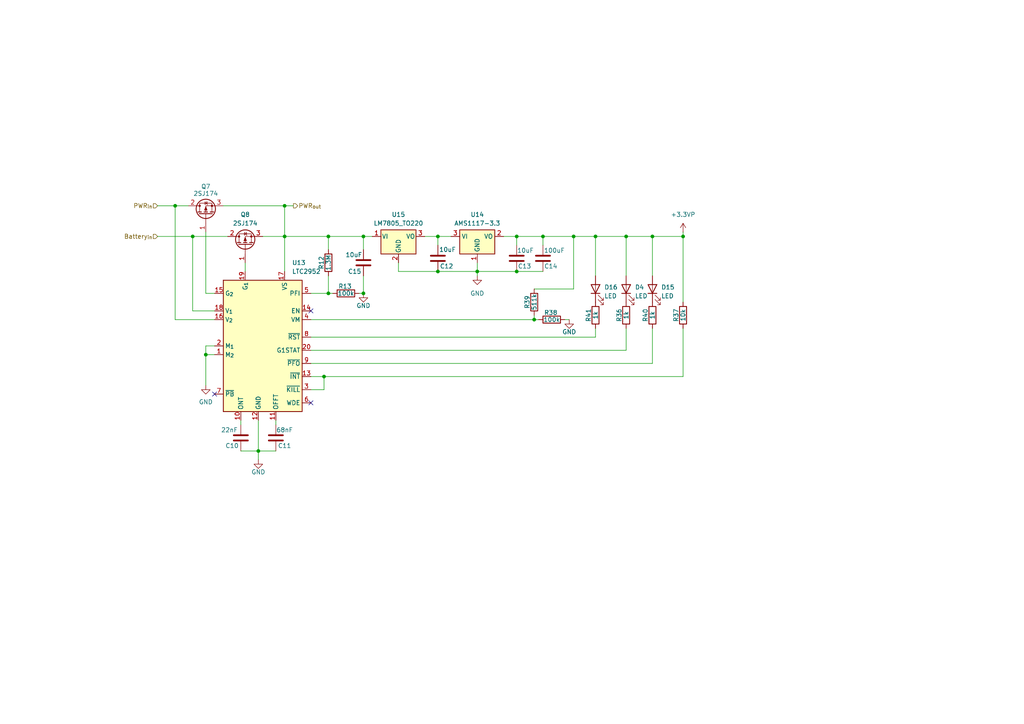
<source format=kicad_sch>
(kicad_sch (version 20250114) (generator "eeschema") (generator_version "9.0")
  (paper "A4")
  (title_block (title "ESP-12 Circuit for Pressure control") (date "2025-09-07") (rev "v1.0") (company "Metanoia") (comment 1 "designed by Mohamed U3"))
  (lib_symbols
    (symbol "Battery_Management:LTC2952"
      (property "Reference" "U" (at 7.874 30.226 0))
      (property "Value" "LTC2952" (at 16.002 28.194 0))
      (symbol "LTC2952_1_1"
        (rectangle (start -11.43 19.05) (end 11.43 -19.05) (stroke (width 0.254)) (fill (type background)))
        (pin output line (at -13.97 15.24 0) (length 2.54) (name "G_{2}") (number "15"))
        (pin input line (at -13.97 10.16 0) (length 2.54) (name "V_{1}") (number "18"))
        (pin input line (at -13.97 7.62 0) (length 2.54) (name "V_{2}") (number "16"))
        (pin input line (at -13.97 0 0) (length 2.54) (name "M_{1}") (number "2"))
        (pin input line (at -13.97 -2.54 0) (length 2.54) (name "M_{2}") (number "1"))
        (pin input line (at -13.97 -13.97 0) (length 2.54) (name "~{PB}") (number "7"))
        (pin passive line (at -6.35 -21.59 90) (length 2.54) (name "ONT") (number "10"))
        (pin output line (at -5.08 21.59 270) (length 2.54) (name "G_{1}") (number "19"))
        (pin power_in line (at -1.27 -21.59 90) (length 2.54) (name "GND") (number "12"))
        (pin passive line (at 3.81 -21.59 90) (length 2.54) (name "OFFT") (number "11"))
        (pin power_in line (at 6.35 21.59 270) (length 2.54) (name "VS") (number "17"))
        (pin passive line (at 13.97 15.24 180) (length 2.54) (name "PFI") (number "5"))
        (pin passive line (at 13.97 10.16 180) (length 2.54) (name "EN") (number "14"))
        (pin passive line (at 13.97 7.62 180) (length 2.54) (name "VM") (number "4"))
        (pin passive line (at 13.97 2.54 180) (length 2.54) (name "~{RST}") (number "8"))
        (pin passive line (at 13.97 -1.27 180) (length 2.54) (name "G1STAT") (number "20"))
        (pin passive line (at 13.97 -5.08 180) (length 2.54) (name "~{PFO}") (number "9"))
        (pin output line (at 13.97 -8.89 180) (length 2.54) (name "~{INT}") (number "13"))
        (pin input line (at 13.97 -12.7 180) (length 2.54) (name "~{KILL}") (number "3"))
        (pin input line (at 13.97 -16.51 180) (length 2.54) (name "WDE") (number "6"))
      )
    )
    (symbol "Device:C" (pin_numbers (hide yes)) (pin_names (offset 0.254))
      (property "Reference" "C" (at 0.635 2.54 0))
      (property "Value" "C" (at 0.635 -2.54 0))
      (symbol "C_0_1"
        (polyline (pts (xy -2.032 0.762) (xy 2.032 0.762)) (stroke (width 0.508)))
        (polyline (pts (xy -2.032 -0.762) (xy 2.032 -0.762)) (stroke (width 0.508)))
      )
      (symbol "C_1_1"
        (pin passive line (at 0 3.81 270) (length 2.794) (name "~") (number "1"))
        (pin passive line (at 0 -3.81 90) (length 2.794) (name "~") (number "2"))
      )
    )
    (symbol "Device:LED" (pin_numbers (hide yes)) (pin_names (offset 1.016) (hide yes))
      (property "Reference" "D" (at 0 2.54 0))
      (property "Value" "LED" (at 0 -2.54 0))
      (symbol "LED_0_1"
        (polyline (pts (xy -3.048 -0.762) (xy -4.572 -2.286) (xy -3.81 -2.286) (xy -4.572 -2.286) (xy -4.572 -1.524)))
        (polyline (pts (xy -1.778 -0.762) (xy -3.302 -2.286) (xy -2.54 -2.286) (xy -3.302 -2.286) (xy -3.302 -1.524)))
        (polyline (pts (xy -1.27 0) (xy 1.27 0)))
        (polyline (pts (xy -1.27 -1.27) (xy -1.27 1.27)) (stroke (width 0.254)))
        (polyline (pts (xy 1.27 -1.27) (xy 1.27 1.27) (xy -1.27 0) (xy 1.27 -1.27)) (stroke (width 0.254)))
      )
      (symbol "LED_1_1"
        (pin passive line (at -3.81 0 0) (length 2.54) (name "K") (number "1"))
        (pin passive line (at 3.81 0 180) (length 2.54) (name "A") (number "2"))
      )
    )
    (symbol "Device:R" (pin_numbers (hide yes)) (pin_names (offset 0))
      (property "Reference" "R" (at 2.032 0 90))
      (property "Value" "R" (at 0 0 90))
      (symbol "R_0_1"
        (rectangle (start -1.016 -2.54) (end 1.016 2.54) (stroke (width 0.254)))
      )
      (symbol "R_1_1"
        (pin passive line (at 0 3.81 270) (length 1.27) (name "~") (number "1"))
        (pin passive line (at 0 -3.81 90) (length 1.27) (name "~") (number "2"))
      )
    )
    (symbol "Regulator_Linear:AMS1117-3.3"
      (property "Reference" "U" (at -3.81 3.175 0))
      (property "Value" "AMS1117-3.3" (at 0 3.175 0))
      (symbol "AMS1117-3.3_0_1"
        (rectangle (start -5.08 -5.08) (end 5.08 1.905) (stroke (width 0.254)) (fill (type background)))
      )
      (symbol "AMS1117-3.3_1_1"
        (pin power_in line (at -7.62 0 0) (length 2.54) (name "VI") (number "3"))
        (pin power_in line (at 0 -7.62 90) (length 2.54) (name "GND") (number "1"))
        (pin power_out line (at 7.62 0 180) (length 2.54) (name "VO") (number "2"))
      )
    )
    (symbol "Regulator_Linear:LM7805_TO220" (pin_names (offset 0.254))
      (property "Reference" "U" (at -3.81 3.175 0))
      (property "Value" "LM7805_TO220" (at 0 3.175 0))
      (symbol "LM7805_TO220_0_1"
        (rectangle (start -5.08 1.905) (end 5.08 -5.08) (stroke (width 0.254)) (fill (type background)))
      )
      (symbol "LM7805_TO220_1_1"
        (pin power_in line (at -7.62 0 0) (length 2.54) (name "VI") (number "1"))
        (pin power_in line (at 0 -7.62 90) (length 2.54) (name "GND") (number "2"))
        (pin power_out line (at 7.62 0 180) (length 2.54) (name "VO") (number "3"))
      )
    )
    (symbol "Transistor_FET:2SJ174" (pin_names (hide yes))
      (property "Reference" "Q" (at 5.08 1.905 0))
      (property "Value" "2SJ174" (at 5.08 0 0))
      (symbol "2SJ174_0_1"
        (polyline (pts (xy 0.254 1.905) (xy 0.254 -1.905)) (stroke (width 0.254)))
        (polyline (pts (xy 0.254 0) (xy -2.54 0)))
        (polyline (pts (xy 0.762 2.286) (xy 0.762 1.27)) (stroke (width 0.254)))
        (polyline (pts (xy 0.762 1.778) (xy 3.302 1.778) (xy 3.302 -1.778) (xy 0.762 -1.778)))
        (polyline (pts (xy 0.762 0.508) (xy 0.762 -0.508)) (stroke (width 0.254)))
        (polyline (pts (xy 0.762 -1.27) (xy 0.762 -2.286)) (stroke (width 0.254)))
        (circle (center 1.651 0) (radius 2.794) (stroke (width 0.254)))
        (polyline (pts (xy 2.286 0) (xy 1.27 0.381) (xy 1.27 -0.381) (xy 2.286 0)) (fill (type outline)))
        (polyline (pts (xy 2.54 2.54) (xy 2.54 1.778)))
        (circle (center 2.54 1.778) (radius 0.254) (fill (type outline)))
        (circle (center 2.54 -1.778) (radius 0.254) (fill (type outline)))
        (polyline (pts (xy 2.54 -2.54) (xy 2.54 0) (xy 0.762 0)))
        (polyline (pts (xy 2.794 -0.508) (xy 2.921 -0.381) (xy 3.683 -0.381) (xy 3.81 -0.254)))
        (polyline (pts (xy 3.302 -0.381) (xy 2.921 0.254) (xy 3.683 0.254) (xy 3.302 -0.381)))
      )
      (symbol "2SJ174_1_1"
        (pin input line (at -5.08 0 0) (length 2.54) (name "G") (number "1"))
        (pin passive line (at 2.54 5.08 270) (length 2.54) (name "D") (number "2"))
        (pin passive line (at 2.54 -5.08 90) (length 2.54) (name "S") (number "3"))
      )
    )
    (symbol "power:+3.3VP" (power) (pin_numbers (hide yes)) (pin_names (offset 0) (hide yes))
      (property "Value" "+3.3VP" (at 0 3.556 0))
      (symbol "+3.3VP_0_0"
        (pin power_in line (at 0 0 90) (length 0) (name "~") (number "1"))
      )
      (symbol "+3.3VP_0_1"
        (polyline (pts (xy -0.762 1.27) (xy 0 2.54)))
        (polyline (pts (xy 0 2.54) (xy 0.762 1.27)))
        (polyline (pts (xy 0 0) (xy 0 2.54)))
      )
    )
    (symbol "power:GND" (power) (pin_numbers (hide yes)) (pin_names (offset 0) (hide yes))
      (property "Value" "GND" (at 0 -3.81 0))
      (symbol "GND_0_1"
        (polyline (pts (xy 0 0) (xy 0 -1.27) (xy 1.27 -1.27) (xy 0 -2.54) (xy -1.27 -1.27) (xy 0 -1.27)))
      )
      (symbol "GND_1_1"
        (pin power_in line (at 0 0 270) (length 0) (name "~") (number "1"))
      )
    )
  )
  (junction (at 172.72 68.58))
  (junction (at 50.8 59.69))
  (junction (at 166.37 68.58))
  (junction (at 105.41 85.09))
  (junction (at 149.86 78.74))
  (junction (at 93.98 109.22))
  (junction (at 59.69 102.87))
  (junction (at 138.43 78.74))
  (junction (at 74.93 130.81))
  (junction (at 82.55 68.58))
  (junction (at 127 78.74))
  (junction (at 95.25 85.09))
  (junction (at 127 68.58))
  (junction (at 105.41 68.58))
  (junction (at 198.12 68.58))
  (junction (at 95.25 68.58))
  (junction (at 55.88 68.58))
  (junction (at 181.61 68.58))
  (junction (at 154.94 92.71))
  (junction (at 149.86 68.58))
  (junction (at 189.23 68.58))
  (junction (at 157.48 68.58))
  (junction (at 82.55 59.69))
  (no_connect (at 90.17 116.84))
  (no_connect (at 90.17 90.17))
  (no_connect (at 62.23 114.3))
  (wire (pts (xy 59.69 100.33) (xy 59.69 102.87)))
  (wire (pts (xy 64.77 59.69) (xy 82.55 59.69)))
  (wire (pts (xy 93.98 109.22) (xy 198.12 109.22)))
  (wire (pts (xy 172.72 95.25) (xy 172.72 97.79)))
  (wire (pts (xy 149.86 78.74) (xy 138.43 78.74)))
  (wire (pts (xy 181.61 68.58) (xy 189.23 68.58)))
  (wire (pts (xy 149.86 68.58) (xy 157.48 68.58)))
  (wire (pts (xy 105.41 80.01) (xy 105.41 85.09)))
  (wire (pts (xy 74.93 130.81) (xy 80.01 130.81)))
  (wire (pts (xy 82.55 68.58) (xy 82.55 78.74)))
  (wire (pts (xy 59.69 102.87) (xy 59.69 111.76)))
  (wire (pts (xy 45.72 59.69) (xy 50.8 59.69)))
  (wire (pts (xy 115.57 76.2) (xy 115.57 78.74)))
  (wire (pts (xy 55.88 68.58) (xy 66.04 68.58)))
  (wire (pts (xy 59.69 85.09) (xy 62.23 85.09)))
  (wire (pts (xy 127 78.74) (xy 138.43 78.74)))
  (wire (pts (xy 172.72 68.58) (xy 166.37 68.58)))
  (wire (pts (xy 96.52 85.09) (xy 95.25 85.09)))
  (wire (pts (xy 90.17 109.22) (xy 93.98 109.22)))
  (wire (pts (xy 138.43 76.2) (xy 138.43 78.74)))
  (wire (pts (xy 69.85 123.19) (xy 69.85 121.92)))
  (wire (pts (xy 82.55 59.69) (xy 82.55 68.58)))
  (wire (pts (xy 90.17 105.41) (xy 189.23 105.41)))
  (wire (pts (xy 95.25 68.58) (xy 105.41 68.58)))
  (wire (pts (xy 85.09 59.69) (xy 82.55 59.69)))
  (wire (pts (xy 146.05 68.58) (xy 149.86 68.58)))
  (wire (pts (xy 74.93 121.92) (xy 74.93 130.81)))
  (wire (pts (xy 90.17 97.79) (xy 172.72 97.79)))
  (wire (pts (xy 95.25 68.58) (xy 95.25 72.39)))
  (wire (pts (xy 189.23 68.58) (xy 198.12 68.58)))
  (wire (pts (xy 90.17 85.09) (xy 95.25 85.09)))
  (wire (pts (xy 105.41 85.09) (xy 104.14 85.09)))
  (wire (pts (xy 80.01 123.19) (xy 80.01 121.92)))
  (wire (pts (xy 59.69 102.87) (xy 62.23 102.87)))
  (wire (pts (xy 105.41 68.58) (xy 105.41 72.39)))
  (wire (pts (xy 154.94 91.44) (xy 154.94 92.71)))
  (wire (pts (xy 198.12 109.22) (xy 198.12 95.25)))
  (wire (pts (xy 181.61 68.58) (xy 181.61 80.01)))
  (wire (pts (xy 90.17 92.71) (xy 154.94 92.71)))
  (wire (pts (xy 189.23 105.41) (xy 189.23 95.25)))
  (wire (pts (xy 123.19 68.58) (xy 127 68.58)))
  (wire (pts (xy 149.86 68.58) (xy 149.86 71.12)))
  (wire (pts (xy 105.41 68.58) (xy 107.95 68.58)))
  (wire (pts (xy 50.8 59.69) (xy 50.8 92.71)))
  (wire (pts (xy 45.72 68.58) (xy 55.88 68.58)))
  (wire (pts (xy 149.86 78.74) (xy 157.48 78.74)))
  (wire (pts (xy 62.23 100.33) (xy 59.69 100.33)))
  (wire (pts (xy 82.55 68.58) (xy 95.25 68.58)))
  (wire (pts (xy 127 68.58) (xy 130.81 68.58)))
  (wire (pts (xy 198.12 67.31) (xy 198.12 68.58)))
  (wire (pts (xy 71.12 78.74) (xy 71.12 76.2)))
  (wire (pts (xy 172.72 68.58) (xy 172.72 80.01)))
  (wire (pts (xy 93.98 113.03) (xy 93.98 109.22)))
  (wire (pts (xy 172.72 68.58) (xy 181.61 68.58)))
  (wire (pts (xy 181.61 95.25) (xy 181.61 101.6)))
  (wire (pts (xy 90.17 113.03) (xy 93.98 113.03)))
  (wire (pts (xy 157.48 68.58) (xy 166.37 68.58)))
  (wire (pts (xy 115.57 78.74) (xy 127 78.74)))
  (wire (pts (xy 189.23 68.58) (xy 189.23 80.01)))
  (wire (pts (xy 138.43 78.74) (xy 138.43 80.01)))
  (wire (pts (xy 50.8 59.69) (xy 54.61 59.69)))
  (wire (pts (xy 154.94 92.71) (xy 156.21 92.71)))
  (wire (pts (xy 62.23 90.17) (xy 55.88 90.17)))
  (wire (pts (xy 55.88 90.17) (xy 55.88 68.58)))
  (wire (pts (xy 198.12 87.63) (xy 198.12 68.58)))
  (wire (pts (xy 76.2 68.58) (xy 82.55 68.58)))
  (wire (pts (xy 69.85 130.81) (xy 74.93 130.81)))
  (wire (pts (xy 74.93 133.35) (xy 74.93 130.81)))
  (wire (pts (xy 127 68.58) (xy 127 71.12)))
  (wire (pts (xy 165.1 92.71) (xy 163.83 92.71)))
  (wire (pts (xy 154.94 83.82) (xy 166.37 83.82)))
  (wire (pts (xy 95.25 85.09) (xy 95.25 80.01)))
  (wire (pts (xy 50.8 92.71) (xy 62.23 92.71)))
  (wire (pts (xy 166.37 83.82) (xy 166.37 68.58)))
  (wire (pts (xy 90.17 101.6) (xy 181.61 101.6)))
  (wire (pts (xy 59.69 67.31) (xy 59.69 85.09)))
  (wire (pts (xy 157.48 71.12) (xy 157.48 68.58)))
  (hierarchical_label "Battery_{in}" (shape input) (at 45.72 68.58 180))
  (hierarchical_label "PWR_{in}" (shape input) (at 45.72 59.69 180))
  (hierarchical_label "PWR_{out}" (shape output) (at 85.09 59.69 0))
  (symbol (lib_id "power:+3.3VP") (at 198.12 67.31 0) (unit 1)
    (property "Reference" "#PWR061" (effects (hide yes)))
    (property "Value" "+3.3VP" (at 198.12 62.23 0))
    (property "Description" "Power symbol creates a global label with name \"+3.3VP\"" (effects (hide yes)))
  )
  (symbol (lib_id "power:GND") (at 74.93 133.35 0) (unit 1)
    (property "Reference" "#PWR039" (effects (hide yes)))
    (property "Value" "GND" (at 74.93 136.906 0))
    (property "Description" "Power symbol creates a global label with name \"GND\" , ground" (effects (hide yes)))
  )
  (symbol (lib_id "Device:LED") (at 172.72 83.82 90) (unit 1)
    (property "Reference" "D16" (at 175.26 83.312 90) (effects (justify right)))
    (property "Value" "LED" (at 175.26 85.852 90) (effects (justify right)))
    (property "Footprint" "LED_SMD:LED_1206_3216Metric" (effects (hide yes)))
    (property "Description" "Light emitting diode" (effects (hide yes)))
    (property "Sim.Pins" "1=K 2=A" (effects (hide yes)))
    (property "LINK" "https://makerselectronics.com/product/smd-led-red-1206" (effects (hide yes)))
  )
  (symbol (lib_id "Device:R") (at 100.33 85.09 270) (unit 1)
    (property "Reference" "R13" (at 100.076 83.058 90))
    (property "Value" "100k" (at 100.33 85.09 90))
    (property "Footprint" "Resistor_SMD:R_1206_3216Metric_Pad1.30x1.75mm_HandSolder" (effects (hide yes)))
    (property "Description" "Resistor" (effects (hide yes)))
    (property "LINK" "https://makerselectronics.com/product/chip-resistor-smd-100kω-±1-250mw-1206" (effects (hide yes)))
  )
  (symbol (lib_id "Device:R") (at 189.23 91.44 0) (unit 1)
    (property "Reference" "R40" (at 187.198 91.44 90))
    (property "Value" "1k" (at 189.23 91.44 90))
    (property "Footprint" "Resistor_SMD:R_1206_3216Metric_Pad1.30x1.75mm_HandSolder" (effects (hide yes)))
    (property "Description" "Resistor" (effects (hide yes)))
    (property "LINK" "https://makerselectronics.com/product/chip-resistor-smd-1kω-±5-0-25w-±100ppm-℃-1206-chip" (effects (hide yes)))
  )
  (symbol (lib_id "Device:R") (at 154.94 87.63 0) (unit 1)
    (property "Reference" "R39" (at 152.908 87.63 90))
    (property "Value" "511k" (at 154.94 87.63 90))
    (property "Footprint" "Resistor_SMD:R_1206_3216Metric_Pad1.30x1.75mm_HandSolder" (effects (hide yes)))
    (property "Description" "Resistor" (effects (hide yes)))
    (property "LINK" "https://makerselectronics.com/product/chip-resistor-smd-10kω-±1-250mw-1206" (effects (hide yes)))
  )
  (symbol (lib_id "Regulator_Linear:LM7805_TO220") (at 115.57 68.58 0) (unit 1)
    (property "Reference" "U15" (at 115.57 62.23 0))
    (property "Value" "LM7805_TO220" (at 115.57 64.77 0))
    (property "Footprint" "Package_TO_SOT_THT:TO-220-3_Vertical" (effects (hide yes)))
    (property "Datasheet" "https://www.onsemi.cn/PowerSolutions/document/MC7800-D.PDF" (effects (hide yes)))
    (property "Description" "Positive 1A 35V Linear Regulator, Fixed Output 5V, TO-220" (effects (hide yes)))
    (property "LINK" "https://makerselectronics.com/product/lm7805-voltage-regulator-to-220-5v" (effects (hide yes)))
  )
  (symbol (lib_id "Transistor_FET:2SJ174") (at 71.12 71.12 90) (unit 1)
    (property "Reference" "Q8" (at 71.12 62.23 90))
    (property "Value" "2SJ174" (at 71.12 64.77 90))
    (property "Footprint" "Package_TO_SOT_THT:TO-220-3_Vertical" (effects (hide yes)))
    (property "Datasheet" "https://makerselectronics.com/wp-content/uploads/2024/01/2SJ174.pdf" (effects (hide yes)))
    (property "Description" "-30A Id, - 60V Vds, 60mOhm Rds, P-Channel HEXFET Power MOSFET, TO-220" (effects (hide yes)))
    (property "LINK" "https://makerselectronics.com/product/2sj174-p-channel-mosfet-transistor" (effects (hide yes)))
  )
  (symbol (lib_id "Device:R") (at 160.02 92.71 270) (unit 1)
    (property "Reference" "R38" (at 159.766 90.678 90))
    (property "Value" "100k" (at 160.02 92.71 90))
    (property "Footprint" "Resistor_SMD:R_1206_3216Metric_Pad1.30x1.75mm_HandSolder" (effects (hide yes)))
    (property "Description" "Resistor" (effects (hide yes)))
    (property "LINK" "https://makerselectronics.com/product/chip-resistor-smd-100kω-±1-250mw-1206" (effects (hide yes)))
  )
  (symbol (lib_id "Regulator_Linear:AMS1117-3.3") (at 138.43 68.58 0) (unit 1)
    (property "Reference" "U14" (at 138.43 62.23 0))
    (property "Value" "AMS1117-3.3" (at 138.43 64.77 0))
    (property "Footprint" "Package_TO_SOT_SMD:SOT-223-3_TabPin2" (effects (hide yes)))
    (property "Datasheet" "http://www.advanced-monolithic.com/pdf/ds1117.pdf" (effects (hide yes)))
    (property "Description" "1A Low Dropout regulator, positive, 3.3V fixed output, SOT-223" (effects (hide yes)))
    (property "LINK" "https://makerselectronics.com/product/ams1117-3-3v-smd-fixed-12v-3-3v-800ma-sot-223-dropout-regulators" (effects (hide yes)))
  )
  (symbol (lib_id "Device:R") (at 181.61 91.44 0) (unit 1)
    (property "Reference" "R36" (at 179.578 91.44 90))
    (property "Value" "1k" (at 181.61 91.44 90))
    (property "Footprint" "Resistor_SMD:R_1206_3216Metric_Pad1.30x1.75mm_HandSolder" (effects (hide yes)))
    (property "Description" "Resistor" (effects (hide yes)))
    (property "LINK" "https://makerselectronics.com/product/chip-resistor-smd-1kω-±5-0-25w-±100ppm-℃-1206-chip" (effects (hide yes)))
  )
  (symbol (lib_id "Device:R") (at 95.25 76.2 0) (unit 1)
    (property "Reference" "R12" (at 93.218 76.2 90))
    (property "Value" "1.3M" (at 95.25 76.2 90))
    (property "Footprint" "Resistor_SMD:R_1206_3216Metric_Pad1.30x1.75mm_HandSolder" (effects (hide yes)))
    (property "Description" "Resistor" (effects (hide yes)))
    (property "LINK" "https://makerselectronics.com/product/chip-resistor-smd-10kω-±1-250mw-1206" (effects (hide yes)))
  )
  (symbol (lib_id "power:GND") (at 59.69 111.76 0) (unit 1)
    (property "Reference" "#PWR044" (effects (hide yes)))
    (property "Value" "GND" (at 59.69 116.586 0))
    (property "Description" "Power symbol creates a global label with name \"GND\" , ground" (effects (hide yes)))
  )
  (symbol (lib_id "Device:R") (at 198.12 91.44 0) (unit 1)
    (property "Reference" "R37" (at 196.088 91.44 90))
    (property "Value" "10k" (at 198.12 91.44 90))
    (property "Footprint" "Resistor_SMD:R_1206_3216Metric_Pad1.30x1.75mm_HandSolder" (effects (hide yes)))
    (property "Description" "Resistor" (effects (hide yes)))
    (property "LINK" "https://makerselectronics.com/product/chip-resistor-smd-10kω-±1-250mw-1206" (effects (hide yes)))
  )
  (symbol (lib_id "Device:C") (at 127 74.93 180) (unit 1)
    (property "Reference" "C12" (at 129.54 77.216 0))
    (property "Value" "10uF" (at 129.794 72.39 0))
    (property "Footprint" "Capacitor_THT:C_Radial_D5.0mm_H5.0mm_P2.00mm" (effects (hide yes)))
    (property "Description" "Unpolarized capacitor" (effects (hide yes)))
    (property "LINK" "https://makerselectronics.com/product/capacitor-10uf-50v" (effects (hide yes)))
  )
  (symbol (lib_id "Transistor_FET:2SJ174") (at 59.69 62.23 90) (unit 1)
    (property "Reference" "Q7" (at 59.69 54.102 90))
    (property "Value" "2SJ174" (at 59.69 56.134 90))
    (property "Footprint" "Package_TO_SOT_THT:TO-220-3_Vertical" (effects (hide yes)))
    (property "Datasheet" "https://makerselectronics.com/wp-content/uploads/2024/01/2SJ174.pdf" (effects (hide yes)))
    (property "Description" "-30A Id, - 60V Vds, 60mOhm Rds, P-Channel HEXFET Power MOSFET, TO-220" (effects (hide yes)))
    (property "LINK" "https://makerselectronics.com/product/2sj174-p-channel-mosfet-transistor" (effects (hide yes)))
  )
  (symbol (lib_id "Device:C") (at 69.85 127 180) (unit 1)
    (property "Reference" "C10" (at 67.31 129.286 0))
    (property "Value" "22nF" (at 66.548 124.714 0))
    (property "Footprint" "Capacitor_THT:C_Disc_D3.0mm_W2.0mm_P2.50mm" (effects (hide yes)))
    (property "Description" "Unpolarized capacitor" (effects (hide yes)))
    (property "LINK" "https://makerselectronics.com/product/ceramic-capacitor-100nf-50v" (effects (hide yes)))
  )
  (symbol (lib_id "power:GND") (at 165.1 92.71 0) (unit 1)
    (property "Reference" "#PWR063" (effects (hide yes)))
    (property "Value" "GND" (at 165.1 96.266 0))
    (property "Description" "Power symbol creates a global label with name \"GND\" , ground" (effects (hide yes)))
  )
  (symbol (lib_id "Device:R") (at 172.72 91.44 0) (unit 1)
    (property "Reference" "R41" (at 170.688 91.44 90))
    (property "Value" "1k" (at 172.72 91.44 90))
    (property "Footprint" "Resistor_SMD:R_1206_3216Metric_Pad1.30x1.75mm_HandSolder" (effects (hide yes)))
    (property "Description" "Resistor" (effects (hide yes)))
    (property "LINK" "https://makerselectronics.com/product/chip-resistor-smd-1kω-±5-0-25w-±100ppm-℃-1206-chip" (effects (hide yes)))
  )
  (symbol (lib_id "Device:LED") (at 189.23 83.82 90) (unit 1)
    (property "Reference" "D15" (at 191.77 83.312 90) (effects (justify right)))
    (property "Value" "LED" (at 191.77 85.852 90) (effects (justify right)))
    (property "Footprint" "LED_SMD:LED_1206_3216Metric" (effects (hide yes)))
    (property "Description" "Light emitting diode" (effects (hide yes)))
    (property "Sim.Pins" "1=K 2=A" (effects (hide yes)))
    (property "LINK" "https://makerselectronics.com/product/smd-led-red-1206" (effects (hide yes)))
  )
  (symbol (lib_id "Device:C") (at 105.41 76.2 180) (unit 1)
    (property "Reference" "C15" (at 102.87 78.74 0))
    (property "Value" "10uF" (at 102.616 73.914 0))
    (property "Footprint" "Capacitor_THT:C_Radial_D5.0mm_H5.0mm_P2.00mm" (effects (hide yes)))
    (property "Description" "Unpolarized capacitor" (effects (hide yes)))
    (property "LINK" "https://makerselectronics.com/product/capacitor-10uf-50v" (effects (hide yes)))
  )
  (symbol (lib_id "Device:C") (at 157.48 74.93 180) (unit 1)
    (property "Reference" "C14" (at 159.766 77.216 0))
    (property "Value" "100uF" (at 160.782 72.644 0))
    (property "Footprint" "Capacitor_THT:C_Disc_D3.0mm_W2.0mm_P2.50mm" (effects (hide yes)))
    (property "Description" "Unpolarized capacitor" (effects (hide yes)))
    (property "LINK" "https://makerselectronics.com/product/capacitor-100uf-25v" (effects (hide yes)))
  )
  (symbol (lib_id "power:GND") (at 105.41 85.09 0) (unit 1)
    (property "Reference" "#PWR060" (effects (hide yes)))
    (property "Value" "GND" (at 105.41 88.646 0))
    (property "Description" "Power symbol creates a global label with name \"GND\" , ground" (effects (hide yes)))
  )
  (symbol (lib_id "Device:C") (at 149.86 74.93 180) (unit 1)
    (property "Reference" "C13" (at 152.146 77.216 0))
    (property "Value" "10uF" (at 152.4 72.644 0))
    (property "Footprint" "Capacitor_THT:C_Radial_D5.0mm_H5.0mm_P2.00mm" (effects (hide yes)))
    (property "Description" "Unpolarized capacitor" (effects (hide yes)))
    (property "LINK" "https://makerselectronics.com/product/capacitor-10uf-50v" (effects (hide yes)))
  )
  (symbol (lib_id "Device:LED") (at 181.61 83.82 90) (unit 1)
    (property "Reference" "D4" (at 184.15 83.312 90) (effects (justify right)))
    (property "Value" "LED" (at 184.15 85.852 90) (effects (justify right)))
    (property "Footprint" "LED_SMD:LED_1206_3216Metric" (effects (hide yes)))
    (property "Description" "Light emitting diode" (effects (hide yes)))
    (property "Sim.Pins" "1=K 2=A" (effects (hide yes)))
    (property "LINK" "https://makerselectronics.com/product/smd-led-red-1206" (effects (hide yes)))
  )
  (symbol (lib_id "power:GND") (at 138.43 80.01 0) (unit 1)
    (property "Reference" "#PWR062" (effects (hide yes)))
    (property "Value" "GND" (at 138.43 85.09 0))
    (property "Description" "Power symbol creates a global label with name \"GND\" , ground" (effects (hide yes)))
  )
  (symbol (lib_id "Device:C") (at 80.01 127 180) (unit 1)
    (property "Reference" "C11" (at 82.55 129.286 0))
    (property "Value" "68nF" (at 82.55 124.714 0))
    (property "Footprint" "Capacitor_THT:C_Disc_D3.0mm_W2.0mm_P2.50mm" (effects (hide yes)))
    (property "Description" "Unpolarized capacitor" (effects (hide yes)))
    (property "LINK" "https://makerselectronics.com/product/ceramic-capacitor-100nf-50v" (effects (hide yes)))
  )
  (symbol (lib_id "Battery_Management:LTC2952") (at 76.2 100.33 0) (unit 1)
    (property "Reference" "U13" (at 84.6933 76.2 0) (effects (justify left)))
    (property "Value" "LTC2952" (at 84.6933 78.74 0) (effects (justify left)))
    (property "Footprint" "Package_SO:ETSSOP-20-1EP_4.4x6.5mm_P0.65mm_EP3x4.2mm" (effects (hide yes)))
    (property "Datasheet" "https://www.analog.com/media/en/technical-documentation/data-sheets/2952fb.pdf" (effects (hide yes)))
    (property "Description" "Pushbutton PowerPath Controller with Supervisor, F PACKAGE" (effects (hide yes)))
    (property "LINK" "https://free-electronic.com/product/ltc2952-smd" (effects (hide yes)))
  )
)
</source>
